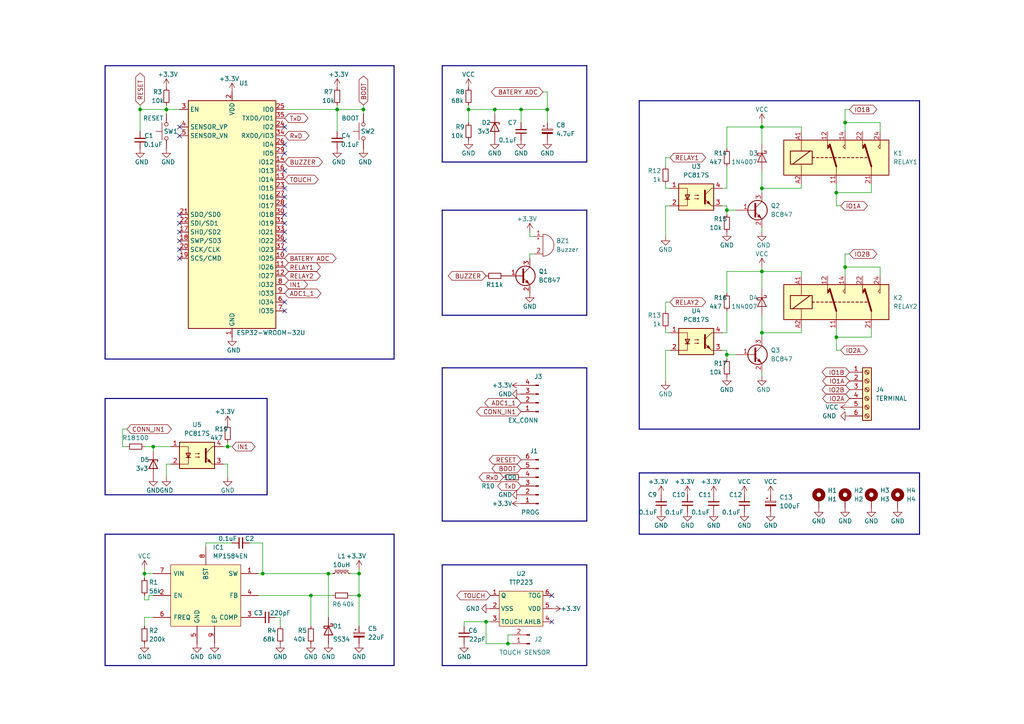
<source format=kicad_sch>
(kicad_sch (version 20211123) (generator eeschema)
  (paper "A4")
  (lib_symbols
    (symbol "Connector:Conn_01x02_Male" (pin_names (offset 1.016) hide)
      (property "Reference" "J" (at 0 2.54 0))
      (property "Value" "Conn_01x02_Male" (at 0 -5.08 0))
      (symbol "Conn_01x02_Male_1_1"
        (pin passive line (at 5.08 0 180) (length 3.81) (name "Pin_1") (number "1"))
        (pin passive line (at 5.08 -2.54 180) (length 3.81) (name "Pin_2") (number "2"))
      )
    )
    (symbol "Connector:Conn_01x04_Male" (pin_names (offset 1.016) hide)
      (property "Reference" "J" (at 0 5.08 0))
      (property "Value" "Conn_01x04_Male" (at 0 -7.62 0))
      (symbol "Conn_01x04_Male_1_1"
        (pin passive line (at 5.08 2.54 180) (length 3.81) (name "Pin_1") (number "1"))
        (pin passive line (at 5.08 0 180) (length 3.81) (name "Pin_2") (number "2"))
        (pin passive line (at 5.08 -2.54 180) (length 3.81) (name "Pin_3") (number "3"))
        (pin passive line (at 5.08 -5.08 180) (length 3.81) (name "Pin_4") (number "4"))
      )
    )
    (symbol "Connector:Conn_01x06_Male" (pin_names (offset 1.016) hide)
      (property "Reference" "J" (at 0 7.62 0))
      (property "Value" "Conn_01x06_Male" (at 0 -10.16 0))
      (symbol "Conn_01x06_Male_1_1"
        (pin passive line (at 5.08 5.08 180) (length 3.81) (name "Pin_1") (number "1"))
        (pin passive line (at 5.08 2.54 180) (length 3.81) (name "Pin_2") (number "2"))
        (pin passive line (at 5.08 0 180) (length 3.81) (name "Pin_3") (number "3"))
        (pin passive line (at 5.08 -2.54 180) (length 3.81) (name "Pin_4") (number "4"))
        (pin passive line (at 5.08 -5.08 180) (length 3.81) (name "Pin_5") (number "5"))
        (pin passive line (at 5.08 -7.62 180) (length 3.81) (name "Pin_6") (number "6"))
      )
    )
    (symbol "Connector:Screw_Terminal_01x06" (pin_names (offset 1.016) hide)
      (property "Reference" "J" (at 0 7.62 0))
      (property "Value" "Screw_Terminal_01x06" (at 0 -10.16 0))
      (symbol "Screw_Terminal_01x06_1_1"
        (pin passive line (at -5.08 5.08 0) (length 3.81) (name "Pin_1") (number "1"))
        (pin passive line (at -5.08 2.54 0) (length 3.81) (name "Pin_2") (number "2"))
        (pin passive line (at -5.08 0 0) (length 3.81) (name "Pin_3") (number "3"))
        (pin passive line (at -5.08 -2.54 0) (length 3.81) (name "Pin_4") (number "4"))
        (pin passive line (at -5.08 -5.08 0) (length 3.81) (name "Pin_5") (number "5"))
        (pin passive line (at -5.08 -7.62 0) (length 3.81) (name "Pin_6") (number "6"))
      )
    )
    (symbol "Device:Buzzer" (pin_names (offset 0.0254) hide)
      (property "Reference" "BZ" (at 3.81 1.27 0))
      (property "Value" "Buzzer" (at 3.81 -1.27 0))
      (symbol "Buzzer_1_1"
        (pin passive line (at -2.54 2.54 0) (length 2.54) (name "-") (number "1"))
        (pin passive line (at -2.54 -2.54 0) (length 2.54) (name "+") (number "2"))
      )
    )
    (symbol "Device:C_Polarized_Small" (pin_numbers hide) (pin_names (offset 0.254) hide)
      (property "Reference" "C" (at 0.254 1.778 0))
      (property "Value" "C_Polarized_Small" (at 0.254 -2.032 0))
      (symbol "C_Polarized_Small_1_1"
        (pin passive line (at 0 2.54 270) (length 1.8542) (name "~") (number "1"))
        (pin passive line (at 0 -2.54 90) (length 1.8542) (name "~") (number "2"))
      )
    )
    (symbol "Device:C_Small" (pin_numbers hide) (pin_names (offset 0.254) hide)
      (property "Reference" "C" (at 0.254 1.778 0))
      (property "Value" "C_Small" (at 0.254 -2.032 0))
      (symbol "C_Small_1_1"
        (pin passive line (at 0 2.54 270) (length 2.032) (name "~") (number "1"))
        (pin passive line (at 0 -2.54 90) (length 2.032) (name "~") (number "2"))
      )
    )
    (symbol "Device:L_Ferrite_Small" (pin_numbers hide) (pin_names (offset 0.254) hide)
      (property "Reference" "L" (at 1.27 1.016 0))
      (property "Value" "L_Ferrite_Small" (at 1.27 -1.27 0))
      (symbol "L_Ferrite_Small_1_1"
        (pin passive line (at 0 2.54 270) (length 0.508) (name "~") (number "1"))
        (pin passive line (at 0 -2.54 90) (length 0.508) (name "~") (number "2"))
      )
    )
    (symbol "Device:R_Small" (pin_numbers hide) (pin_names (offset 0.254) hide)
      (property "Reference" "R" (at 0.762 0.508 0))
      (property "Value" "R_Small" (at 0.762 -1.016 0))
      (symbol "R_Small_1_1"
        (pin passive line (at 0 2.54 270) (length 0.762) (name "~") (number "1"))
        (pin passive line (at 0 -2.54 90) (length 0.762) (name "~") (number "2"))
      )
    )
    (symbol "Diode:BZT52Bxx" (pin_numbers hide) (pin_names hide)
      (property "Reference" "D" (at 0 2.54 0))
      (property "Value" "BZT52Bxx" (at 0 -2.54 0))
      (symbol "BZT52Bxx_1_1"
        (pin passive line (at -3.81 0 0) (length 2.54) (name "K") (number "1"))
        (pin passive line (at 3.81 0 180) (length 2.54) (name "A") (number "2"))
      )
    )
    (symbol "Diode:CDBA340-HF" (pin_numbers hide) (pin_names hide)
      (property "Reference" "D" (at 0 2.54 0))
      (property "Value" "CDBA340-HF" (at 0 -2.54 0))
      (symbol "CDBA340-HF_1_1"
        (pin passive line (at -3.81 0 0) (length 2.54) (name "K") (number "1"))
        (pin passive line (at 3.81 0 180) (length 2.54) (name "A") (number "2"))
      )
    )
    (symbol "Diode:PMEG40T10ER" (pin_numbers hide) (pin_names hide)
      (property "Reference" "D" (at 0 2.54 0))
      (property "Value" "PMEG40T10ER" (at 0 -2.54 0))
      (symbol "PMEG40T10ER_1_1"
        (pin passive line (at -3.81 0 0) (length 2.54) (name "K") (number "1"))
        (pin passive line (at 3.81 0 180) (length 2.54) (name "A") (number "2"))
      )
    )
    (symbol "Isolator:LTV-817S" (pin_names (offset 1.016))
      (property "Reference" "U" (at -3.81 5.08 0))
      (property "Value" "LTV-817S" (at 0 -5.08 0))
      (symbol "LTV-817S_1_1"
        (pin passive line (at -7.62 2.54 0) (length 2.54) (name "~") (number "1"))
        (pin passive line (at -7.62 -2.54 0) (length 2.54) (name "~") (number "2"))
        (pin passive line (at 7.62 -2.54 180) (length 2.54) (name "~") (number "3"))
        (pin passive line (at 7.62 2.54 180) (length 2.54) (name "~") (number "4"))
      )
    )
    (symbol "MP1584EN-LF-P:MP1584EN" (pin_names (offset 0.762))
      (property "Reference" "IC" (at -5.08 11.43 0))
      (property "Value" "MP1584EN" (at 1.27 11.43 0))
      (symbol "MP1584EN_0_0"
        (pin passive line (at 15.24 6.35 180) (length 5.08) (name "SW") (number "1"))
        (pin passive line (at -15.24 0 0) (length 5.08) (name "EN") (number "2"))
        (pin passive line (at 15.24 -6.35 180) (length 5.08) (name "COMP") (number "3"))
        (pin passive line (at 15.24 0 180) (length 5.08) (name "FB") (number "4"))
        (pin passive line (at -2.54 -13.97 90) (length 5.08) (name "GND") (number "5"))
        (pin passive line (at -15.24 -6.35 0) (length 5.08) (name "FREQ") (number "6"))
        (pin passive line (at -15.24 6.35 0) (length 5.08) (name "VIN") (number "7"))
        (pin passive line (at 0 13.97 270) (length 5.08) (name "BST") (number "8"))
        (pin passive line (at 2.54 -13.97 90) (length 5.08) (name "EP") (number "9"))
      )
    )
    (symbol "Mechanical:MountingHole_Pad" (pin_numbers hide) (pin_names (offset 1.016) hide)
      (property "Reference" "H" (at 0 6.35 0))
      (property "Value" "MountingHole_Pad" (at 0 4.445 0))
      (symbol "MountingHole_Pad_1_1"
        (pin input line (at 0 -2.54 90) (length 2.54) (name "1") (number "1"))
      )
    )
    (symbol "RF_Module:ESP32-WROOM-32U"
      (property "Reference" "U" (at -12.7 34.29 0))
      (property "Value" "ESP32-WROOM-32U" (at 1.27 34.29 0))
      (symbol "ESP32-WROOM-32U_1_1"
        (pin power_in line (at 0 -35.56 90) (length 2.54) (name "GND") (number "1"))
        (pin bidirectional line (at 15.24 -12.7 180) (length 2.54) (name "IO25") (number "10"))
        (pin bidirectional line (at 15.24 -15.24 180) (length 2.54) (name "IO26") (number "11"))
        (pin bidirectional line (at 15.24 -17.78 180) (length 2.54) (name "IO27") (number "12"))
        (pin bidirectional line (at 15.24 10.16 180) (length 2.54) (name "IO14") (number "13"))
        (pin bidirectional line (at 15.24 15.24 180) (length 2.54) (name "IO12") (number "14"))
        (pin passive line (at 0 -35.56 90) (length 2.54) hide (name "GND") (number "15"))
        (pin bidirectional line (at 15.24 12.7 180) (length 2.54) (name "IO13") (number "16"))
        (pin bidirectional line (at -15.24 -5.08 0) (length 2.54) (name "SHD/SD2") (number "17"))
        (pin bidirectional line (at -15.24 -7.62 0) (length 2.54) (name "SWP/SD3") (number "18"))
        (pin bidirectional line (at -15.24 -12.7 0) (length 2.54) (name "SCS/CMD") (number "19"))
        (pin power_in line (at 0 35.56 270) (length 2.54) (name "VDD") (number "2"))
        (pin bidirectional line (at -15.24 -10.16 0) (length 2.54) (name "SCK/CLK") (number "20"))
        (pin bidirectional line (at -15.24 0 0) (length 2.54) (name "SDO/SD0") (number "21"))
        (pin bidirectional line (at -15.24 -2.54 0) (length 2.54) (name "SDI/SD1") (number "22"))
        (pin bidirectional line (at 15.24 7.62 180) (length 2.54) (name "IO15") (number "23"))
        (pin bidirectional line (at 15.24 25.4 180) (length 2.54) (name "IO2") (number "24"))
        (pin bidirectional line (at 15.24 30.48 180) (length 2.54) (name "IO0") (number "25"))
        (pin bidirectional line (at 15.24 20.32 180) (length 2.54) (name "IO4") (number "26"))
        (pin bidirectional line (at 15.24 5.08 180) (length 2.54) (name "IO16") (number "27"))
        (pin bidirectional line (at 15.24 2.54 180) (length 2.54) (name "IO17") (number "28"))
        (pin bidirectional line (at 15.24 17.78 180) (length 2.54) (name "IO5") (number "29"))
        (pin input line (at -15.24 30.48 0) (length 2.54) (name "EN") (number "3"))
        (pin bidirectional line (at 15.24 0 180) (length 2.54) (name "IO18") (number "30"))
        (pin bidirectional line (at 15.24 -2.54 180) (length 2.54) (name "IO19") (number "31"))
        (pin no_connect line (at -12.7 -27.94 0) (length 2.54) hide (name "NC") (number "32"))
        (pin bidirectional line (at 15.24 -5.08 180) (length 2.54) (name "IO21") (number "33"))
        (pin bidirectional line (at 15.24 22.86 180) (length 2.54) (name "RXD0/IO3") (number "34"))
        (pin bidirectional line (at 15.24 27.94 180) (length 2.54) (name "TXD0/IO1") (number "35"))
        (pin bidirectional line (at 15.24 -7.62 180) (length 2.54) (name "IO22") (number "36"))
        (pin bidirectional line (at 15.24 -10.16 180) (length 2.54) (name "IO23") (number "37"))
        (pin passive line (at 0 -35.56 90) (length 2.54) hide (name "GND") (number "38"))
        (pin passive line (at 0 -35.56 90) (length 2.54) hide (name "GND") (number "39"))
        (pin input line (at -15.24 25.4 0) (length 2.54) (name "SENSOR_VP") (number "4"))
        (pin input line (at -15.24 22.86 0) (length 2.54) (name "SENSOR_VN") (number "5"))
        (pin input line (at 15.24 -25.4 180) (length 2.54) (name "IO34") (number "6"))
        (pin input line (at 15.24 -27.94 180) (length 2.54) (name "IO35") (number "7"))
        (pin bidirectional line (at 15.24 -20.32 180) (length 2.54) (name "IO32") (number "8"))
        (pin bidirectional line (at 15.24 -22.86 180) (length 2.54) (name "IO33") (number "9"))
      )
    )
    (symbol "Relay:FINDER-40.52"
      (property "Reference" "K" (at 16.51 3.81 0))
      (property "Value" "FINDER-40.52" (at 16.51 1.27 0))
      (symbol "FINDER-40.52_1_1"
        (pin passive line (at 0 -7.62 90) (length 2.54) (name "~") (number "11"))
        (pin passive line (at -2.54 7.62 270) (length 2.54) (name "~") (number "12"))
        (pin passive line (at 2.54 7.62 270) (length 2.54) (name "~") (number "14"))
        (pin passive line (at 10.16 -7.62 90) (length 2.54) (name "~") (number "21"))
        (pin passive line (at 7.62 7.62 270) (length 2.54) (name "~") (number "22"))
        (pin passive line (at 12.7 7.62 270) (length 2.54) (name "~") (number "24"))
        (pin passive line (at -10.16 7.62 270) (length 2.54) (name "~") (number "A1"))
        (pin passive line (at -10.16 -7.62 90) (length 2.54) (name "~") (number "A2"))
      )
    )
    (symbol "Switch:SW_Push" (pin_numbers hide) (pin_names (offset 1.016) hide)
      (property "Reference" "SW" (at 1.27 2.54 0))
      (property "Value" "SW_Push" (at 0 -1.524 0))
      (symbol "SW_Push_0_1"
        (pin passive line (at -5.08 0 0) (length 2.54) (name "1") (number "1"))
        (pin passive line (at 5.08 0 180) (length 2.54) (name "2") (number "2"))
      )
    )
    (symbol "TTP223:TTP223"
      (property "Reference" "U" (at 0 8.89 0))
      (property "Value" "TTP223" (at 0 6.35 0))
      (symbol "TTP223_1_1"
        (pin input line (at -8.89 3.81 0) (length 2.54) (name "Q") (number "1"))
        (pin input line (at -8.89 0 0) (length 2.54) (name "VSS") (number "2"))
        (pin input line (at -8.89 -3.81 0) (length 2.54) (name "TOUCH") (number "3"))
        (pin input line (at 8.89 -3.81 180) (length 2.54) (name "AHLB") (number "4"))
        (pin input line (at 8.89 0 180) (length 2.54) (name "VDD") (number "5"))
        (pin input line (at 8.89 3.81 180) (length 2.54) (name "TOG") (number "6"))
      )
    )
    (symbol "Transistor_BJT:BC847" (pin_names (offset 0) hide)
      (property "Reference" "Q" (at 5.08 1.905 0))
      (property "Value" "BC847" (at 5.08 0 0))
      (symbol "BC847_1_1"
        (pin input line (at -5.08 0 0) (length 5.715) (name "B") (number "1"))
        (pin passive line (at 2.54 -5.08 90) (length 2.54) (name "E") (number "2"))
        (pin passive line (at 2.54 5.08 270) (length 2.54) (name "C") (number "3"))
      )
    )
    (symbol "power:+3.3V" (power) (pin_names (offset 0))
      (property "Value" "+3.3V" (at 0 3.556 0))
      (symbol "+3.3V_1_1"
        (pin power_in line (at 0 0 90) (length 0) hide (name "+3.3V") (number "1"))
      )
    )
    (symbol "power:GND" (power) (pin_names (offset 0))
      (property "Value" "GND" (at 0 -3.81 0))
      (symbol "GND_1_1"
        (pin power_in line (at 0 0 270) (length 0) hide (name "GND") (number "1"))
      )
    )
    (symbol "power:VCC" (power) (pin_names (offset 0))
      (property "Value" "VCC" (at 0 3.81 0))
      (symbol "VCC_1_1"
        (pin power_in line (at 0 0 90) (length 0) hide (name "VCC") (number "1"))
      )
    )
  )
  (junction (at 143.51 31.75))
  (junction (at 44.45 129.54))
  (junction (at 242.57 97.79))
  (junction (at 245.11 35.56))
  (junction (at 220.98 96.52))
  (junction (at 158.75 31.75))
  (junction (at 210.82 60.96))
  (junction (at 76.2 166.37))
  (junction (at 95.25 166.37))
  (junction (at 97.79 31.75))
  (junction (at 135.89 31.75))
  (junction (at 147.32 186.69))
  (junction (at 242.57 55.88))
  (junction (at 220.98 54.61))
  (junction (at 151.13 31.75))
  (junction (at 104.14 172.72))
  (junction (at 220.98 36.83))
  (junction (at 220.98 78.74))
  (junction (at 90.17 172.72))
  (junction (at 105.41 31.75))
  (junction (at 40.64 31.75))
  (junction (at 104.14 166.37))
  (junction (at 245.11 77.47))
  (junction (at 41.91 166.37))
  (junction (at 48.26 31.75))
  (junction (at 140.97 180.34))
  (junction (at 66.04 129.54))
  (junction (at 210.82 102.87))
  (no_connect (at 160.02 172.72))
  (no_connect (at 52.07 69.85))
  (no_connect (at 52.07 67.31))
  (no_connect (at 52.07 64.77))
  (no_connect (at 52.07 62.23))
  (no_connect (at 52.07 74.93))
  (no_connect (at 52.07 72.39))
  (no_connect (at 82.55 87.63))
  (no_connect (at 82.55 90.17))
  (no_connect (at 82.55 64.77))
  (no_connect (at 82.55 67.31))
  (no_connect (at 82.55 62.23))
  (no_connect (at 82.55 59.69))
  (no_connect (at 82.55 54.61))
  (no_connect (at 82.55 57.15))
  (no_connect (at 82.55 44.45))
  (no_connect (at 82.55 36.83))
  (no_connect (at 82.55 49.53))
  (no_connect (at 82.55 41.91))
  (no_connect (at 52.07 36.83))
  (no_connect (at 52.07 39.37))
  (no_connect (at 82.55 69.85))
  (no_connect (at 160.02 180.34))
  (no_connect (at 82.55 72.39))
  (wire (pts (xy 193.04 68.58) (xy 193.04 59.69)))
  (wire (pts (xy 66.04 128.27) (xy 66.04 129.54)))
  (wire (pts (xy 245.11 38.1) (xy 245.11 35.56)))
  (bus (pts (xy 128.27 60.96) (xy 128.27 91.44)))
  (wire (pts (xy 90.17 172.72) (xy 96.52 172.72)))
  (wire (pts (xy 210.82 43.18) (xy 210.82 36.83)))
  (bus (pts (xy 30.48 19.05) (xy 114.3 19.05)))
  (wire (pts (xy 82.55 31.75) (xy 97.79 31.75)))
  (bus (pts (xy 185.42 124.46) (xy 266.7 124.46)))
  (wire (pts (xy 81.28 181.61) (xy 81.28 179.07)))
  (bus (pts (xy 170.18 60.96) (xy 128.27 60.96)))
  (bus (pts (xy 266.7 29.21) (xy 266.7 124.46)))
  (wire (pts (xy 59.69 157.48) (xy 59.69 158.75)))
  (wire (pts (xy 97.79 30.48) (xy 97.79 31.75)))
  (wire (pts (xy 44.45 179.07) (xy 41.91 179.07)))
  (bus (pts (xy 128.27 106.68) (xy 128.27 151.13)))
  (wire (pts (xy 49.53 129.54) (xy 44.45 129.54)))
  (wire (pts (xy 140.97 180.34) (xy 142.24 180.34)))
  (wire (pts (xy 66.04 134.62) (xy 64.77 134.62)))
  (bus (pts (xy 128.27 19.05) (xy 128.27 46.99)))
  (wire (pts (xy 95.25 166.37) (xy 96.52 166.37)))
  (wire (pts (xy 66.04 129.54) (xy 64.77 129.54)))
  (wire (pts (xy 193.04 87.63) (xy 193.04 90.17)))
  (bus (pts (xy 30.48 154.94) (xy 114.3 154.94)))
  (wire (pts (xy 210.82 85.09) (xy 210.82 78.74)))
  (bus (pts (xy 185.42 29.21) (xy 185.42 124.46)))
  (wire (pts (xy 194.31 87.63) (xy 193.04 87.63)))
  (wire (pts (xy 90.17 181.61) (xy 90.17 172.72)))
  (wire (pts (xy 95.25 166.37) (xy 95.25 179.07)))
  (wire (pts (xy 104.14 181.61) (xy 104.14 172.72)))
  (bus (pts (xy 128.27 19.05) (xy 170.18 19.05)))
  (wire (pts (xy 232.41 80.01) (xy 232.41 78.74)))
  (bus (pts (xy 170.18 46.99) (xy 170.18 19.05)))
  (wire (pts (xy 220.98 78.74) (xy 220.98 83.82)))
  (wire (pts (xy 232.41 54.61) (xy 232.41 53.34)))
  (wire (pts (xy 210.82 90.17) (xy 210.82 96.52)))
  (bus (pts (xy 114.3 104.14) (xy 30.48 104.14)))
  (wire (pts (xy 134.62 180.34) (xy 134.62 181.61)))
  (wire (pts (xy 245.11 35.56) (xy 245.11 31.75)))
  (wire (pts (xy 220.98 67.31) (xy 220.98 66.04)))
  (wire (pts (xy 246.38 73.66) (xy 245.11 73.66)))
  (wire (pts (xy 40.64 30.48) (xy 40.64 31.75)))
  (bus (pts (xy 30.48 154.94) (xy 30.48 193.04)))
  (wire (pts (xy 193.04 54.61) (xy 194.31 54.61)))
  (wire (pts (xy 220.98 109.22) (xy 220.98 107.95)))
  (wire (pts (xy 194.31 45.72) (xy 193.04 45.72)))
  (wire (pts (xy 48.26 134.62) (xy 49.53 134.62)))
  (wire (pts (xy 104.14 165.1) (xy 104.14 166.37)))
  (wire (pts (xy 220.98 36.83) (xy 220.98 41.91)))
  (wire (pts (xy 41.91 167.64) (xy 41.91 166.37)))
  (wire (pts (xy 213.36 102.87) (xy 210.82 102.87)))
  (wire (pts (xy 153.67 67.31) (xy 153.67 68.58)))
  (bus (pts (xy 30.48 115.57) (xy 77.47 115.57)))
  (wire (pts (xy 143.51 33.02) (xy 143.51 31.75)))
  (wire (pts (xy 193.04 101.6) (xy 194.31 101.6)))
  (wire (pts (xy 209.55 59.69) (xy 210.82 59.69)))
  (wire (pts (xy 67.31 157.48) (xy 59.69 157.48)))
  (wire (pts (xy 66.04 138.43) (xy 66.04 134.62)))
  (wire (pts (xy 245.11 73.66) (xy 245.11 77.47)))
  (wire (pts (xy 41.91 129.54) (xy 44.45 129.54)))
  (wire (pts (xy 105.41 31.75) (xy 105.41 33.02)))
  (wire (pts (xy 40.64 31.75) (xy 48.26 31.75)))
  (bus (pts (xy 128.27 163.83) (xy 128.27 193.04)))
  (wire (pts (xy 232.41 78.74) (xy 220.98 78.74)))
  (wire (pts (xy 193.04 45.72) (xy 193.04 48.26)))
  (wire (pts (xy 243.84 59.69) (xy 242.57 59.69)))
  (wire (pts (xy 213.36 60.96) (xy 210.82 60.96)))
  (wire (pts (xy 48.26 33.02) (xy 48.26 31.75)))
  (wire (pts (xy 220.98 96.52) (xy 232.41 96.52)))
  (wire (pts (xy 48.26 138.43) (xy 48.26 134.62)))
  (wire (pts (xy 154.94 73.66) (xy 153.67 73.66)))
  (bus (pts (xy 128.27 91.44) (xy 170.18 91.44)))
  (wire (pts (xy 210.82 101.6) (xy 210.82 102.87)))
  (wire (pts (xy 252.73 55.88) (xy 242.57 55.88)))
  (bus (pts (xy 77.47 115.57) (xy 77.47 143.51)))
  (bus (pts (xy 128.27 151.13) (xy 170.18 151.13)))
  (wire (pts (xy 252.73 53.34) (xy 252.73 55.88)))
  (wire (pts (xy 76.2 166.37) (xy 76.2 157.48)))
  (wire (pts (xy 48.26 30.48) (xy 48.26 31.75)))
  (wire (pts (xy 97.79 31.75) (xy 105.41 31.75)))
  (bus (pts (xy 170.18 91.44) (xy 170.18 60.96)))
  (wire (pts (xy 147.32 186.69) (xy 148.59 186.69)))
  (wire (pts (xy 220.98 36.83) (xy 220.98 35.56)))
  (wire (pts (xy 242.57 95.25) (xy 242.57 97.79)))
  (wire (pts (xy 140.97 186.69) (xy 140.97 180.34)))
  (wire (pts (xy 140.97 186.69) (xy 147.32 186.69)))
  (bus (pts (xy 185.42 137.16) (xy 266.7 137.16)))
  (wire (pts (xy 210.82 102.87) (xy 210.82 104.14)))
  (bus (pts (xy 266.7 154.94) (xy 266.7 137.16)))
  (wire (pts (xy 242.57 101.6) (xy 243.84 101.6)))
  (wire (pts (xy 245.11 77.47) (xy 245.11 80.01)))
  (wire (pts (xy 36.83 124.46) (xy 35.56 124.46)))
  (wire (pts (xy 220.98 54.61) (xy 232.41 54.61)))
  (wire (pts (xy 210.82 48.26) (xy 210.82 54.61)))
  (wire (pts (xy 193.04 59.69) (xy 194.31 59.69)))
  (wire (pts (xy 220.98 78.74) (xy 220.98 77.47)))
  (bus (pts (xy 30.48 143.51) (xy 30.48 115.57)))
  (wire (pts (xy 48.26 31.75) (xy 52.07 31.75)))
  (bus (pts (xy 77.47 143.51) (xy 30.48 143.51)))
  (bus (pts (xy 30.48 193.04) (xy 114.3 193.04)))
  (wire (pts (xy 151.13 31.75) (xy 143.51 31.75)))
  (bus (pts (xy 185.42 137.16) (xy 185.42 154.94)))
  (wire (pts (xy 66.04 129.54) (xy 67.31 129.54)))
  (wire (pts (xy 41.91 166.37) (xy 44.45 166.37)))
  (wire (pts (xy 104.14 172.72) (xy 104.14 166.37)))
  (wire (pts (xy 232.41 96.52) (xy 232.41 95.25)))
  (wire (pts (xy 44.45 129.54) (xy 44.45 130.81)))
  (bus (pts (xy 128.27 163.83) (xy 170.18 163.83)))
  (bus (pts (xy 170.18 106.68) (xy 128.27 106.68)))
  (wire (pts (xy 158.75 26.67) (xy 158.75 31.75)))
  (wire (pts (xy 135.89 30.48) (xy 135.89 31.75)))
  (wire (pts (xy 147.32 184.15) (xy 147.32 186.69)))
  (wire (pts (xy 153.67 73.66) (xy 153.67 74.93)))
  (bus (pts (xy 128.27 193.04) (xy 170.18 193.04)))
  (wire (pts (xy 255.27 35.56) (xy 245.11 35.56)))
  (wire (pts (xy 135.89 31.75) (xy 135.89 35.56)))
  (bus (pts (xy 185.42 154.94) (xy 266.7 154.94)))
  (wire (pts (xy 44.45 172.72) (xy 43.18 172.72)))
  (wire (pts (xy 43.18 173.99) (xy 41.91 173.99)))
  (wire (pts (xy 232.41 36.83) (xy 220.98 36.83)))
  (bus (pts (xy 30.48 19.05) (xy 30.48 104.14)))
  (wire (pts (xy 41.91 172.72) (xy 41.91 173.99)))
  (wire (pts (xy 255.27 38.1) (xy 255.27 35.56)))
  (wire (pts (xy 220.98 49.53) (xy 220.98 54.61)))
  (wire (pts (xy 252.73 95.25) (xy 252.73 97.79)))
  (wire (pts (xy 220.98 54.61) (xy 220.98 55.88)))
  (wire (pts (xy 210.82 60.96) (xy 210.82 62.23)))
  (wire (pts (xy 232.41 38.1) (xy 232.41 36.83)))
  (bus (pts (xy 170.18 106.68) (xy 170.18 151.13)))
  (bus (pts (xy 128.27 46.99) (xy 170.18 46.99)))
  (wire (pts (xy 143.51 31.75) (xy 135.89 31.75)))
  (wire (pts (xy 104.14 166.37) (xy 101.6 166.37)))
  (wire (pts (xy 220.98 96.52) (xy 220.98 97.79)))
  (bus (pts (xy 266.7 29.21) (xy 185.42 29.21)))
  (wire (pts (xy 242.57 55.88) (xy 242.57 59.69)))
  (bus (pts (xy 170.18 193.04) (xy 170.18 163.83)))
  (wire (pts (xy 157.48 26.67) (xy 158.75 26.67)))
  (wire (pts (xy 252.73 97.79) (xy 242.57 97.79)))
  (wire (pts (xy 158.75 35.56) (xy 158.75 31.75)))
  (wire (pts (xy 134.62 180.34) (xy 140.97 180.34)))
  (wire (pts (xy 245.11 31.75) (xy 246.38 31.75)))
  (wire (pts (xy 242.57 97.79) (xy 242.57 101.6)))
  (wire (pts (xy 210.82 36.83) (xy 220.98 36.83)))
  (wire (pts (xy 210.82 59.69) (xy 210.82 60.96)))
  (wire (pts (xy 193.04 53.34) (xy 193.04 54.61)))
  (wire (pts (xy 35.56 129.54) (xy 36.83 129.54)))
  (wire (pts (xy 76.2 157.48) (xy 72.39 157.48)))
  (wire (pts (xy 209.55 101.6) (xy 210.82 101.6)))
  (wire (pts (xy 101.6 172.72) (xy 104.14 172.72)))
  (wire (pts (xy 76.2 166.37) (xy 95.25 166.37)))
  (wire (pts (xy 35.56 124.46) (xy 35.56 129.54)))
  (wire (pts (xy 41.91 179.07) (xy 41.91 181.61)))
  (wire (pts (xy 255.27 80.01) (xy 255.27 77.47)))
  (wire (pts (xy 41.91 165.1) (xy 41.91 166.37)))
  (wire (pts (xy 74.93 166.37) (xy 76.2 166.37)))
  (wire (pts (xy 194.31 96.52) (xy 193.04 96.52)))
  (wire (pts (xy 193.04 110.49) (xy 193.04 101.6)))
  (wire (pts (xy 242.57 53.34) (xy 242.57 55.88)))
  (wire (pts (xy 220.98 91.44) (xy 220.98 96.52)))
  (bus (pts (xy 114.3 193.04) (xy 114.3 154.94)))
  (wire (pts (xy 105.41 30.48) (xy 105.41 31.75)))
  (wire (pts (xy 148.59 184.15) (xy 147.32 184.15)))
  (wire (pts (xy 151.13 31.75) (xy 158.75 31.75)))
  (wire (pts (xy 81.28 179.07) (xy 80.01 179.07)))
  (wire (pts (xy 210.82 78.74) (xy 220.98 78.74)))
  (bus (pts (xy 114.3 19.05) (xy 114.3 104.14)))
  (wire (pts (xy 255.27 77.47) (xy 245.11 77.47)))
  (wire (pts (xy 210.82 54.61) (xy 209.55 54.61)))
  (wire (pts (xy 43.18 172.72) (xy 43.18 173.99)))
  (wire (pts (xy 90.17 172.72) (xy 74.93 172.72)))
  (wire (pts (xy 210.82 96.52) (xy 209.55 96.52)))
  (wire (pts (xy 40.64 31.75) (xy 40.64 38.1)))
  (wire (pts (xy 153.67 68.58) (xy 154.94 68.58)))
  (wire (pts (xy 97.79 31.75) (xy 97.79 38.1)))
  (wire (pts (xy 193.04 96.52) (xy 193.04 95.25)))
  (wire (pts (xy 151.13 35.56) (xy 151.13 31.75)))
  (global_label "RxD" (shape bidirectional) (at 146.05 138.43 180) (property "Intersheet References" "${INTERSHEET_REFS}" (effects hide)))
  (global_label "IO1A" (shape bidirectional) (at 246.38 110.49 180) (property "Intersheet References" "${INTERSHEET_REFS}" (effects hide)))
  (global_label "IN1" (shape bidirectional) (at 82.55 82.55 0) (property "Intersheet References" "${INTERSHEET_REFS}" (effects hide)))
  (global_label "IO1A" (shape bidirectional) (at 243.84 59.69 0) (property "Intersheet References" "${INTERSHEET_REFS}" (effects hide)))
  (global_label "ADC1_1" (shape bidirectional) (at 82.55 85.09 0) (property "Intersheet References" "${INTERSHEET_REFS}" (effects hide)))
  (global_label "BOOT" (shape bidirectional) (at 151.13 135.89 180) (property "Intersheet References" "${INTERSHEET_REFS}" (effects hide)))
  (global_label "ADC1_1" (shape bidirectional) (at 151.13 116.84 180) (property "Intersheet References" "${INTERSHEET_REFS}" (effects hide)))
  (global_label "TxD" (shape bidirectional) (at 151.13 140.97 180) (property "Intersheet References" "${INTERSHEET_REFS}" (effects hide)))
  (global_label "IO1B" (shape bidirectional) (at 246.38 107.95 180) (property "Intersheet References" "${INTERSHEET_REFS}" (effects hide)))
  (global_label "IO2A" (shape bidirectional) (at 246.38 115.57 180) (property "Intersheet References" "${INTERSHEET_REFS}" (effects hide)))
  (global_label "RELAY2" (shape bidirectional) (at 82.55 80.01 0) (property "Intersheet References" "${INTERSHEET_REFS}" (effects hide)))
  (global_label "CONN_IN1" (shape bidirectional) (at 36.83 124.46 0) (property "Intersheet References" "${INTERSHEET_REFS}" (effects hide)))
  (global_label "RELAY1" (shape bidirectional) (at 194.31 45.72 0) (property "Intersheet References" "${INTERSHEET_REFS}" (effects hide)))
  (global_label "BUZZER" (shape bidirectional) (at 82.55 46.99 0) (property "Intersheet References" "${INTERSHEET_REFS}" (effects hide)))
  (global_label "TOUCH" (shape bidirectional) (at 82.55 52.07 0) (property "Intersheet References" "${INTERSHEET_REFS}" (effects hide)))
  (global_label "BATERY ADC" (shape bidirectional) (at 157.48 26.67 180) (property "Intersheet References" "${INTERSHEET_REFS}" (effects hide)))
  (global_label "TxD" (shape bidirectional) (at 82.55 34.29 0) (property "Intersheet References" "${INTERSHEET_REFS}" (effects hide)))
  (global_label "BOOT" (shape bidirectional) (at 105.41 30.48 90) (property "Intersheet References" "${INTERSHEET_REFS}" (effects hide)))
  (global_label "BATERY ADC" (shape bidirectional) (at 82.55 74.93 0) (property "Intersheet References" "${INTERSHEET_REFS}" (effects hide)))
  (global_label "IN1" (shape bidirectional) (at 67.31 129.54 0) (property "Intersheet References" "${INTERSHEET_REFS}" (effects hide)))
  (global_label "IO2A" (shape bidirectional) (at 243.84 101.6 0) (property "Intersheet References" "${INTERSHEET_REFS}" (effects hide)))
  (global_label "TOUCH" (shape bidirectional) (at 142.24 172.72 180) (property "Intersheet References" "${INTERSHEET_REFS}" (effects hide)))
  (global_label "BUZZER" (shape bidirectional) (at 140.97 80.01 180) (property "Intersheet References" "${INTERSHEET_REFS}" (effects hide)))
  (global_label "CONN_IN1" (shape bidirectional) (at 151.13 119.38 180) (property "Intersheet References" "${INTERSHEET_REFS}" (effects hide)))
  (global_label "IO1B" (shape bidirectional) (at 246.38 31.75 0) (property "Intersheet References" "${INTERSHEET_REFS}" (effects hide)))
  (global_label "IO2B" (shape bidirectional) (at 246.38 113.03 180) (property "Intersheet References" "${INTERSHEET_REFS}" (effects hide)))
  (global_label "IO2B" (shape bidirectional) (at 246.38 73.66 0) (property "Intersheet References" "${INTERSHEET_REFS}" (effects hide)))
  (global_label "RESET" (shape bidirectional) (at 40.64 30.48 90) (property "Intersheet References" "${INTERSHEET_REFS}" (effects hide)))
  (global_label "RESET" (shape bidirectional) (at 151.13 133.35 180) (property "Intersheet References" "${INTERSHEET_REFS}" (effects hide)))
  (global_label "RELAY1" (shape bidirectional) (at 82.55 77.47 0) (property "Intersheet References" "${INTERSHEET_REFS}" (effects hide)))
  (global_label "RELAY2" (shape bidirectional) (at 194.31 87.63 0) (property "Intersheet References" "${INTERSHEET_REFS}" (effects hide)))
  (global_label "RxD" (shape bidirectional) (at 82.55 39.37 0) (property "Intersheet References" "${INTERSHEET_REFS}" (effects hide)))
  (symbol (lib_id "Device:C_Polarized_Small") (at 223.52 146.05 0) (unit 1)
    (property "Reference" "C13" (at 226.06 144.2338 0) (effects (justify left)))
    (property "Value" "100uF" (at 226.06 146.7738 0) (effects (justify left)))
    (property "Footprint" "Capacitor_SMD:CP_Elec_6.3x5.4" (effects hide))
  )
  (symbol (lib_id "power:+3.3V") (at 104.14 165.1 0) (unit 1)
    (property "Reference" "#PWR015" (effects hide))
    (property "Value" "+3.3V" (at 100.33 161.29 0) (effects (justify left)))
  )
  (symbol (lib_id "Device:R_Small") (at 99.06 172.72 90) (unit 1)
    (property "Reference" "R6" (at 99.06 175.26 90) (effects (justify left)))
    (property "Value" "40k" (at 102.87 175.26 90) (effects (justify left)))
    (property "Footprint" "Resistor_SMD:R_0603_1608Metric" (effects hide))
  )
  (symbol (lib_id "RF_Module:ESP32-WROOM-32U") (at 67.31 62.23 0) (unit 1)
    (property "Reference" "U1" (at 69.3294 24.13 0) (effects (justify left)))
    (property "Value" "ESP32-WROOM-32U" (at 68.58 96.52 0) (effects (justify left)))
    (property "Footprint" "RF_Module:ESP32-WROOM-32U" (effects hide))
    (property "Datasheet" "https://www.espressif.com/sites/default/files/documentation/esp32-wroom-32d_esp32-wroom-32u_datasheet_en.pdf" (effects hide))
  )
  (symbol (lib_id "Diode:CDBA340-HF") (at 95.25 182.88 270) (unit 1)
    (property "Reference" "D1" (at 96.52 181.61 90) (effects (justify left)))
    (property "Value" "SS34" (at 96.52 185.42 90) (effects (justify left)))
    (property "Footprint" "Diode_SMD:D_SMA" (effects hide))
    (property "Datasheet" "https://www.comchiptech.com/admin/files/product/CDBA340-HF%20Thru193640.%20CDBA3100-HF%20RevB.pdf" (effects hide))
  )
  (symbol (lib_id "Diode:BZT52Bxx") (at 44.45 134.62 270) (unit 1)
    (property "Reference" "D5" (at 40.64 133.35 90) (effects (justify left)))
    (property "Value" "3v3" (at 39.37 135.89 90) (effects (justify left)))
    (property "Footprint" "Diode_SMD:D_SOD-123F" (effects hide))
    (property "Datasheet" "https://diotec.com/tl_files/diotec/files/pdf/datasheets/bzt52b2v4.pdf" (effects hide))
  )
  (symbol (lib_id "Device:R_Small") (at 48.26 27.94 0) (unit 1)
    (property "Reference" "R3" (at 45.72 26.67 0))
    (property "Value" "10k" (at 45.72 29.21 0))
    (property "Footprint" "Resistor_SMD:R_0603_1608Metric" (effects hide))
  )
  (symbol (lib_id "Device:R_Small") (at 97.79 27.94 0) (unit 1)
    (property "Reference" "R7" (at 95.25 26.67 0))
    (property "Value" "10k" (at 95.25 29.21 0))
    (property "Footprint" "Resistor_SMD:R_0603_1608Metric" (effects hide))
  )
  (symbol (lib_id "power:GND") (at 193.04 110.49 0) (unit 1)
    (property "Reference" "#PWR033" (effects hide))
    (property "Value" "GND" (at 193.04 114.3 0))
  )
  (symbol (lib_id "Device:C_Polarized_Small") (at 104.14 184.15 0) (unit 1)
    (property "Reference" "C5" (at 106.68 182.3338 0) (effects (justify left)))
    (property "Value" "22uF" (at 106.68 184.8738 0) (effects (justify left)))
    (property "Footprint" "Capacitor_SMD:CP_Elec_6.3x5.4" (effects hide))
  )
  (symbol (lib_id "Device:R_Small") (at 39.37 129.54 90) (unit 1)
    (property "Reference" "R18" (at 39.37 127 90) (effects (justify left)))
    (property "Value" "100" (at 43.18 127 90) (effects (justify left)))
    (property "Footprint" "Resistor_SMD:R_0603_1608Metric" (effects hide))
  )
  (symbol (lib_id "power:+3.3V") (at 160.02 176.53 270) (unit 1)
    (property "Reference" "#PWR031" (effects hide))
    (property "Value" "+3.3V" (at 162.56 176.53 90) (effects (justify left)))
  )
  (symbol (lib_id "Device:C_Small") (at 207.01 146.05 180) (unit 1)
    (property "Reference" "C11" (at 204.47 143.51 0))
    (property "Value" "0.1uF" (at 203.2 148.59 0))
    (property "Footprint" "Capacitor_SMD:C_0603_1608Metric" (effects hide))
  )
  (symbol (lib_id "power:GND") (at 142.24 176.53 270) (unit 1)
    (property "Reference" "#PWR021" (effects hide))
    (property "Value" "GND" (at 137.16 176.53 90))
  )
  (symbol (lib_id "Device:C_Small") (at 134.62 184.15 180) (unit 1)
    (property "Reference" "C6" (at 137.16 182.88 0))
    (property "Value" "22pF" (at 138.43 185.42 0))
    (property "Footprint" "Capacitor_SMD:C_0603_1608Metric" (effects hide))
  )
  (symbol (lib_id "Connector:Conn_01x02_Male") (at 153.67 186.69 180) (unit 1)
    (property "Reference" "J2" (at 154.94 185.42 0) (effects (justify right)))
    (property "Value" "TOUCH SENSOR" (at 144.78 189.23 0) (effects (justify right)))
    (property "Footprint" "Connector_PinHeader_2.54mm:PinHeader_1x02_P2.54mm_Vertical" (effects hide))
  )
  (symbol (lib_id "Diode:BZT52Bxx") (at 143.51 36.83 270) (unit 1)
    (property "Reference" "D2" (at 139.7 35.56 90) (effects (justify left)))
    (property "Value" "3v3" (at 138.43 38.1 90) (effects (justify left)))
    (property "Footprint" "Diode_SMD:D_SOD-123F" (effects hide))
    (property "Datasheet" "https://diotec.com/tl_files/diotec/files/pdf/datasheets/bzt52b2v4.pdf" (effects hide))
  )
  (symbol (lib_id "power:GND") (at 90.17 186.69 0) (unit 1)
    (property "Reference" "#PWR011" (effects hide))
    (property "Value" "GND" (at 90.17 190.5 0))
  )
  (symbol (lib_id "power:GND") (at 95.25 186.69 0) (unit 1)
    (property "Reference" "#PWR012" (effects hide))
    (property "Value" "GND" (at 95.25 190.5 0))
  )
  (symbol (lib_id "Device:R_Small") (at 135.89 27.94 0) (unit 1)
    (property "Reference" "R8" (at 132.08 26.67 0) (effects (justify left)))
    (property "Value" "68k" (at 130.81 29.21 0) (effects (justify left)))
    (property "Footprint" "Resistor_SMD:R_0603_1608Metric" (effects hide))
  )
  (symbol (lib_id "power:GND") (at 207.01 148.59 0) (unit 1)
    (property "Reference" "#PWR045" (effects hide))
    (property "Value" "GND" (at 207.01 152.4 0))
  )
  (symbol (lib_id "power:GND") (at 105.41 43.18 0) (unit 1)
    (property "Reference" "#PWR017" (effects hide))
    (property "Value" "GND" (at 107.95 46.99 0) (effects (justify right)))
  )
  (symbol (lib_id "Connector:Conn_01x06_Male") (at 156.21 140.97 180) (unit 1)
    (property "Reference" "J1" (at 153.67 130.81 0) (effects (justify right)))
    (property "Value" "PROG" (at 151.13 148.59 0) (effects (justify right)))
    (property "Footprint" "XH_Header_2.54mm_01x06_Horizontal:XH_Header_2.54mm_01x06_Horizontal" (effects hide))
  )
  (symbol (lib_id "power:GND") (at 220.98 67.31 0) (unit 1)
    (property "Reference" "#PWR037" (effects hide))
    (property "Value" "GND" (at 223.52 71.12 0) (effects (justify right)))
  )
  (symbol (lib_id "Device:C_Small") (at 40.64 40.64 180) (unit 1)
    (property "Reference" "C1" (at 43.18 39.37 0))
    (property "Value" "0.1uF" (at 44.45 41.91 0))
    (property "Footprint" "Capacitor_SMD:C_0603_1608Metric" (effects hide))
  )
  (symbol (lib_id "power:+3.3V") (at 97.79 25.4 0) (unit 1)
    (property "Reference" "#PWR013" (effects hide))
    (property "Value" "+3.3V" (at 95.25 21.59 0) (effects (justify left)))
  )
  (symbol (lib_id "Transistor_BJT:BC847") (at 151.13 80.01 0) (unit 1)
    (property "Reference" "Q1" (at 156.21 78.7399 0) (effects (justify left)))
    (property "Value" "BC847" (at 156.21 81.2799 0) (effects (justify left)))
    (property "Footprint" "Package_TO_SOT_SMD:SOT-23" (effects hide))
    (property "Datasheet" "http://www.infineon.com/dgdl/Infineon-BC847SERIES_BC848SERIES_BC849SERIES_BC850SERIES-DS-v01_01-en.pdf?fileId=db3a304314dca389011541d4630a1657" (effects hide))
  )
  (symbol (lib_id "power:GND") (at 215.9 148.59 0) (unit 1)
    (property "Reference" "#PWR047" (effects hide))
    (property "Value" "GND" (at 215.9 152.4 0))
  )
  (symbol (lib_id "power:GND") (at 44.45 138.43 0) (unit 1)
    (property "Reference" "#PWR056" (effects hide))
    (property "Value" "GND" (at 44.45 142.24 0))
  )
  (symbol (lib_id "power:GND") (at 151.13 114.3 270) (mirror x) (unit 1)
    (property "Reference" "#PWR029" (effects hide))
    (property "Value" "GND" (at 148.59 114.3 90) (effects (justify right)))
  )
  (symbol (lib_id "power:GND") (at 223.52 148.59 0) (unit 1)
    (property "Reference" "#PWR049" (effects hide))
    (property "Value" "GND" (at 223.52 152.4 0))
  )
  (symbol (lib_id "power:GND") (at 97.79 43.18 0) (unit 1)
    (property "Reference" "#PWR014" (effects hide))
    (property "Value" "GND" (at 100.33 46.99 0) (effects (justify right)))
  )
  (symbol (lib_id "power:GND") (at 143.51 40.64 0) (unit 1)
    (property "Reference" "#PWR022" (effects hide))
    (property "Value" "GND" (at 143.51 44.45 0))
  )
  (symbol (lib_id "TTP223:TTP223") (at 151.13 176.53 0) (unit 1)
    (property "Reference" "U2" (at 151.13 166.37 0))
    (property "Value" "TTP223" (at 151.13 168.91 0))
    (property "Footprint" "TTP223:TTP-223 SOT-23-6" (effects hide))
  )
  (symbol (lib_id "Device:R_Small") (at 193.04 50.8 180) (unit 1)
    (property "Reference" "R12" (at 191.77 49.53 0) (effects (justify left)))
    (property "Value" "1k" (at 191.77 52.07 0) (effects (justify left)))
    (property "Footprint" "Resistor_SMD:R_0603_1608Metric" (effects hide))
  )
  (symbol (lib_id "power:GND") (at 220.98 109.22 0) (unit 1)
    (property "Reference" "#PWR039" (effects hide))
    (property "Value" "GND" (at 223.52 113.03 0) (effects (justify right)))
  )
  (symbol (lib_id "Connector:Conn_01x04_Male") (at 156.21 116.84 180) (unit 1)
    (property "Reference" "J3" (at 154.94 109.22 0) (effects (justify right)))
    (property "Value" "EX_CONN" (at 147.32 121.92 0) (effects (justify right)))
    (property "Footprint" "XH_Header_2.54mm_01x04_Vertical:XH_Header_2.54mm_01x04_Vertical" (effects hide))
  )
  (symbol (lib_id "power:VCC") (at 41.91 165.1 0) (unit 1)
    (property "Reference" "#PWR02" (effects hide))
    (property "Value" "VCC" (at 41.91 161.29 0))
  )
  (symbol (lib_id "Isolator:LTV-817S") (at 201.93 99.06 0) (unit 1)
    (property "Reference" "U4" (at 201.93 90.17 0))
    (property "Value" "PC817S" (at 201.93 92.71 0))
    (property "Footprint" "Package_DIP:SMDIP-4_W9.53mm" (effects hide))
    (property "Datasheet" "http://www.us.liteon.com/downloads/LTV-817-827-847.PDF" (effects hide))
  )
  (symbol (lib_id "Isolator:LTV-817S") (at 57.15 132.08 0) (unit 1)
    (property "Reference" "U5" (at 57.15 123.19 0))
    (property "Value" "PC817S" (at 57.15 125.73 0))
    (property "Footprint" "Package_DIP:SMDIP-4_W9.53mm" (effects hide))
    (property "Datasheet" "http://www.us.liteon.com/downloads/LTV-817-827-847.PDF" (effects hide))
  )
  (symbol (lib_id "power:VCC") (at 135.89 25.4 0) (unit 1)
    (property "Reference" "#PWR019" (effects hide))
    (property "Value" "VCC" (at 135.89 21.59 0))
  )
  (symbol (lib_id "power:GND") (at 135.89 40.64 0) (unit 1)
    (property "Reference" "#PWR020" (effects hide))
    (property "Value" "GND" (at 135.89 44.45 0))
  )
  (symbol (lib_id "power:GND") (at 134.62 186.69 0) (unit 1)
    (property "Reference" "#PWR018" (effects hide))
    (property "Value" "GND" (at 134.62 190.5 0))
  )
  (symbol (lib_id "Device:R_Small") (at 210.82 106.68 0) (unit 1)
    (property "Reference" "R17" (at 207.01 105.41 0) (effects (justify left)))
    (property "Value" "10k" (at 205.74 107.95 0) (effects (justify left)))
    (property "Footprint" "Resistor_SMD:R_0603_1608Metric" (effects hide))
  )
  (symbol (lib_id "Device:R_Small") (at 81.28 184.15 0) (unit 1)
    (property "Reference" "R4" (at 77.47 182.88 0) (effects (justify left)))
    (property "Value" "68k" (at 76.2 185.42 0) (effects (justify left)))
    (property "Footprint" "Resistor_SMD:R_0603_1608Metric" (effects hide))
  )
  (symbol (lib_id "Mechanical:MountingHole_Pad") (at 237.49 144.78 0) (unit 1)
    (property "Reference" "H1" (at 240.03 142.2399 0) (effects (justify left)))
    (property "Value" "H1" (at 240.03 144.7799 0) (effects (justify left)))
    (property "Footprint" "MountingHole:MountingHole_2.2mm_M2_Pad_Via" (effects hide))
  )
  (symbol (lib_id "Device:C_Small") (at 199.39 146.05 180) (unit 1)
    (property "Reference" "C10" (at 196.85 143.51 0))
    (property "Value" "0.1uF" (at 195.58 148.59 0))
    (property "Footprint" "Capacitor_SMD:C_0603_1608Metric" (effects hide))
  )
  (symbol (lib_id "power:GND") (at 210.82 109.22 0) (unit 1)
    (property "Reference" "#PWR035" (effects hide))
    (property "Value" "GND" (at 210.82 113.03 0))
  )
  (symbol (lib_id "power:VCC") (at 220.98 35.56 0) (unit 1)
    (property "Reference" "#PWR036" (effects hide))
    (property "Value" "VCC" (at 220.98 31.75 0))
  )
  (symbol (lib_id "power:GND") (at 153.67 85.09 0) (unit 1)
    (property "Reference" "#PWR027" (effects hide))
    (property "Value" "GND" (at 153.67 88.9 0))
  )
  (symbol (lib_id "Switch:SW_Push") (at 48.26 38.1 90) (unit 1)
    (property "Reference" "SW1" (at 49.53 38.1 90))
    (property "Value" "RESET" (at 44.45 34.29 90))
    (property "Footprint" "Button_Switch_SMD:SW_SPST_CK_RS282G05A3" (effects hide))
  )
  (symbol (lib_id "power:GND") (at 66.04 138.43 0) (unit 1)
    (property "Reference" "#PWR059" (effects hide))
    (property "Value" "GND" (at 66.04 142.24 0))
  )
  (symbol (lib_id "power:GND") (at 104.14 186.69 0) (unit 1)
    (property "Reference" "#PWR016" (effects hide))
    (property "Value" "GND" (at 104.14 190.5 0))
  )
  (symbol (lib_id "power:+3.3V") (at 151.13 111.76 90) (mirror x) (unit 1)
    (property "Reference" "#PWR030" (effects hide))
    (property "Value" "+3.3V" (at 148.59 111.76 90) (effects (justify left)))
  )
  (symbol (lib_id "power:+3.3V") (at 207.01 143.51 0) (unit 1)
    (property "Reference" "#PWR044" (effects hide))
    (property "Value" "+3.3V" (at 203.2 139.7 0) (effects (justify left)))
  )
  (symbol (lib_id "Device:C_Small") (at 97.79 40.64 180) (unit 1)
    (property "Reference" "C4" (at 100.33 39.37 0))
    (property "Value" "0.1uF" (at 101.6 41.91 0))
    (property "Footprint" "Capacitor_SMD:C_0603_1608Metric" (effects hide))
  )
  (symbol (lib_id "Relay:FINDER-40.52") (at 242.57 45.72 0) (unit 1)
    (property "Reference" "K1" (at 259.08 44.4499 0) (effects (justify left)))
    (property "Value" "RELAY1" (at 259.08 46.9899 0) (effects (justify left)))
    (property "Footprint" "Relay_THT:Relay_DPDT_Finder_40.52" (effects hide))
    (property "Datasheet" "http://gfinder.findernet.com/assets/Series/353/S40EN.pdf" (effects hide))
  )
  (symbol (lib_id "power:+3.3V") (at 151.13 146.05 90) (unit 1)
    (property "Reference" "#PWR024" (effects hide))
    (property "Value" "+3.3V" (at 148.59 146.05 90) (effects (justify left)))
  )
  (symbol (lib_id "Device:C_Polarized_Small") (at 158.75 38.1 0) (unit 1)
    (property "Reference" "C8" (at 161.29 36.2838 0) (effects (justify left)))
    (property "Value" "4.7uF" (at 161.29 38.8238 0) (effects (justify left)))
    (property "Footprint" "Capacitor_Tantalum_SMD:CP_EIA-3528-12_Kemet-T" (effects hide))
  )
  (symbol (lib_id "power:+3.3V") (at 153.67 67.31 0) (unit 1)
    (property "Reference" "#PWR026" (effects hide))
    (property "Value" "+3.3V" (at 149.86 63.5 0) (effects (justify left)))
  )
  (symbol (lib_id "power:GND") (at 62.23 186.69 0) (unit 1)
    (property "Reference" "#PWR07" (effects hide))
    (property "Value" "GND" (at 62.23 190.5 0))
  )
  (symbol (lib_id "Mechanical:MountingHole_Pad") (at 252.73 144.78 0) (unit 1)
    (property "Reference" "H3" (at 255.27 142.2399 0) (effects (justify left)))
    (property "Value" "H3" (at 255.27 144.7799 0) (effects (justify left)))
    (property "Footprint" "MountingHole:MountingHole_2.2mm_M2_Pad_Via" (effects hide))
  )
  (symbol (lib_id "power:GND") (at 57.15 186.69 0) (unit 1)
    (property "Reference" "#PWR06" (effects hide))
    (property "Value" "GND" (at 57.15 190.5 0))
  )
  (symbol (lib_id "power:VCC") (at 223.52 143.51 0) (unit 1)
    (property "Reference" "#PWR048" (effects hide))
    (property "Value" "VCC" (at 223.52 139.7 0))
  )
  (symbol (lib_id "power:+3.3V") (at 48.26 25.4 0) (unit 1)
    (property "Reference" "#PWR04" (effects hide))
    (property "Value" "+3.3V" (at 45.72 21.59 0) (effects (justify left)))
  )
  (symbol (lib_id "Transistor_BJT:BC847") (at 218.44 102.87 0) (unit 1)
    (property "Reference" "Q3" (at 223.52 101.5999 0) (effects (justify left)))
    (property "Value" "BC847" (at 223.52 104.1399 0) (effects (justify left)))
    (property "Footprint" "Package_TO_SOT_SMD:SOT-23" (effects hide))
    (property "Datasheet" "http://www.infineon.com/dgdl/Infineon-BC847SERIES_BC848SERIES_BC849SERIES_BC850SERIES-DS-v01_01-en.pdf?fileId=db3a304314dca389011541d4630a1657" (effects hide))
  )
  (symbol (lib_id "power:GND") (at 40.64 43.18 0) (unit 1)
    (property "Reference" "#PWR01" (effects hide))
    (property "Value" "GND" (at 43.18 46.99 0) (effects (justify right)))
  )
  (symbol (lib_id "Transistor_BJT:BC847") (at 218.44 60.96 0) (unit 1)
    (property "Reference" "Q2" (at 223.52 59.6899 0) (effects (justify left)))
    (property "Value" "BC847" (at 223.52 62.2299 0) (effects (justify left)))
    (property "Footprint" "Package_TO_SOT_SMD:SOT-23" (effects hide))
    (property "Datasheet" "http://www.infineon.com/dgdl/Infineon-BC847SERIES_BC848SERIES_BC849SERIES_BC850SERIES-DS-v01_01-en.pdf?fileId=db3a304314dca389011541d4630a1657" (effects hide))
  )
  (symbol (lib_id "Isolator:LTV-817S") (at 201.93 57.15 0) (unit 1)
    (property "Reference" "U3" (at 201.93 48.26 0))
    (property "Value" "PC817S" (at 201.93 50.8 0))
    (property "Footprint" "Package_DIP:SMDIP-4_W9.53mm" (effects hide))
    (property "Datasheet" "http://www.us.liteon.com/downloads/LTV-817-827-847.PDF" (effects hide))
  )
  (symbol (lib_id "Device:R_Small") (at 90.17 184.15 0) (unit 1)
    (property "Reference" "R5" (at 86.36 182.88 0) (effects (justify left)))
    (property "Value" "40k" (at 85.09 185.42 0) (effects (justify left)))
    (property "Footprint" "Resistor_SMD:R_0603_1608Metric" (effects hide))
  )
  (symbol (lib_id "power:+3.3V") (at 191.77 143.51 0) (unit 1)
    (property "Reference" "#PWR040" (effects hide))
    (property "Value" "+3.3V" (at 187.96 139.7 0) (effects (justify left)))
  )
  (symbol (lib_id "MP1584EN-LF-P:MP1584EN") (at 59.69 172.72 0) (unit 1)
    (property "Reference" "IC1" (at 61.7094 158.75 0) (effects (justify left)))
    (property "Value" "MP1584EN" (at 61.7094 161.29 0) (effects (justify left)))
    (property "Footprint" "MP1584:SOIC127P600X170-9N" (effects hide))
    (property "Datasheet" " " (effects hide))
    (property "Description" " " (effects hide))
    (property "Height" " " (effects hide))
    (property "Manufacturer_Name" " " (effects hide))
    (property "Manufacturer_Part_Number" " " (effects hide))
    (property "Mouser Part Number" " " (effects hide))
    (property "Mouser Price/Stock" " " (effects hide))
  )
  (symbol (lib_id "Device:R_Small") (at 41.91 184.15 0) (unit 1)
    (property "Reference" "R2" (at 43.18 182.88 0) (effects (justify left)))
    (property "Value" "200k" (at 43.18 185.42 0) (effects (justify left)))
    (property "Footprint" "Resistor_SMD:R_0603_1608Metric" (effects hide))
  )
  (symbol (lib_id "power:GND") (at 237.49 147.32 0) (unit 1)
    (property "Reference" "#PWR050" (effects hide))
    (property "Value" "GND" (at 237.49 151.13 0))
  )
  (symbol (lib_id "power:VCC") (at 246.38 118.11 90) (mirror x) (unit 1)
    (property "Reference" "#PWR054" (effects hide))
    (property "Value" "VCC" (at 241.3 118.11 90))
  )
  (symbol (lib_id "power:GND") (at 245.11 147.32 0) (unit 1)
    (property "Reference" "#PWR051" (effects hide))
    (property "Value" "GND" (at 245.11 151.13 0))
  )
  (symbol (lib_id "Device:C_Small") (at 69.85 157.48 90) (unit 1)
    (property "Reference" "C2" (at 72.39 156.21 90))
    (property "Value" "0.1uF" (at 66.04 156.21 90))
    (property "Footprint" "Capacitor_SMD:C_0603_1608Metric" (effects hide))
  )
  (symbol (lib_id "power:GND") (at 210.82 67.31 0) (unit 1)
    (property "Reference" "#PWR034" (effects hide))
    (property "Value" "GND" (at 210.82 71.12 0))
  )
  (symbol (lib_id "power:GND") (at 199.39 148.59 0) (unit 1)
    (property "Reference" "#PWR043" (effects hide))
    (property "Value" "GND" (at 199.39 152.4 0))
  )
  (symbol (lib_id "power:GND") (at 151.13 40.64 0) (unit 1)
    (property "Reference" "#PWR025" (effects hide))
    (property "Value" "GND" (at 151.13 44.45 0))
  )
  (symbol (lib_id "power:GND") (at 193.04 68.58 0) (unit 1)
    (property "Reference" "#PWR032" (effects hide))
    (property "Value" "GND" (at 193.04 72.39 0))
  )
  (symbol (lib_id "Connector:Screw_Terminal_01x06") (at 251.46 113.03 0) (unit 1)
    (property "Reference" "J4" (at 254 113.0299 0) (effects (justify left)))
    (property "Value" "TERMINAL" (at 254 115.5699 0) (effects (justify left)))
    (property "Footprint" "TerminalBlock_Phoenix:TerminalBlock_Phoenix_MKDS-1,5-6-5.08_1x06_P5.08mm_Horizontal" (effects hide))
  )
  (symbol (lib_id "Diode:PMEG40T10ER") (at 220.98 45.72 270) (unit 1)
    (property "Reference" "D3" (at 217.17 44.45 90) (effects (justify left)))
    (property "Value" "1N4007" (at 212.09 46.99 90) (effects (justify left)))
    (property "Footprint" "Diode_SMD:Nexperia_CFP3_SOD-123W" (effects hide))
    (property "Datasheet" "https://assets.nexperia.com/documents/data-sheet/PMEG40T10ER.pdf" (effects hide))
  )
  (symbol (lib_id "Device:R_Small") (at 135.89 38.1 0) (unit 1)
    (property "Reference" "R9" (at 132.08 36.83 0) (effects (justify left)))
    (property "Value" "10k" (at 130.81 39.37 0) (effects (justify left)))
    (property "Footprint" "Resistor_SMD:R_0603_1608Metric" (effects hide))
  )
  (symbol (lib_id "Mechanical:MountingHole_Pad") (at 245.11 144.78 0) (unit 1)
    (property "Reference" "H2" (at 247.65 142.2399 0) (effects (justify left)))
    (property "Value" "H2" (at 247.65 144.7799 0) (effects (justify left)))
    (property "Footprint" "MountingHole:MountingHole_2.2mm_M2_Pad_Via" (effects hide))
  )
  (symbol (lib_id "Device:R_Small") (at 210.82 45.72 0) (unit 1)
    (property "Reference" "R14" (at 207.01 44.45 0) (effects (justify left)))
    (property "Value" "4k7" (at 205.74 46.99 0) (effects (justify left)))
    (property "Footprint" "Resistor_SMD:R_0603_1608Metric" (effects hide))
  )
  (symbol (lib_id "power:+3.3V") (at 67.31 26.67 0) (unit 1)
    (property "Reference" "#PWR08" (effects hide))
    (property "Value" "+3.3V" (at 63.5 22.86 0) (effects (justify left)))
  )
  (symbol (lib_id "Device:R_Small") (at 143.51 80.01 270) (unit 1)
    (property "Reference" "R11" (at 140.97 82.55 90) (effects (justify left)))
    (property "Value" "1k" (at 143.51 82.55 90) (effects (justify left)))
    (property "Footprint" "Resistor_SMD:R_0603_1608Metric" (effects hide))
  )
  (symbol (lib_id "power:GND") (at 67.31 97.79 0) (unit 1)
    (property "Reference" "#PWR09" (effects hide))
    (property "Value" "GND" (at 69.85 101.6 0) (effects (justify right)))
  )
  (symbol (lib_id "Device:C_Small") (at 191.77 146.05 180) (unit 1)
    (property "Reference" "C9" (at 189.23 143.51 0))
    (property "Value" "0.1uF" (at 187.96 148.59 0))
    (property "Footprint" "Capacitor_SMD:C_0603_1608Metric" (effects hide))
  )
  (symbol (lib_id "Device:R_Small") (at 66.04 125.73 0) (unit 1)
    (property "Reference" "R19" (at 62.23 124.46 0) (effects (justify left)))
    (property "Value" "4k7" (at 60.96 127 0) (effects (justify left)))
    (property "Footprint" "Resistor_SMD:R_0603_1608Metric" (effects hide))
  )
  (symbol (lib_id "Device:C_Small") (at 77.47 179.07 270) (unit 1)
    (property "Reference" "C3" (at 74.93 177.8 90))
    (property "Value" "220pF" (at 81.28 177.8 90))
    (property "Footprint" "Capacitor_SMD:C_0603_1608Metric" (effects hide))
  )
  (symbol (lib_id "Device:R_Small") (at 210.82 87.63 0) (unit 1)
    (property "Reference" "R16" (at 207.01 86.36 0) (effects (justify left)))
    (property "Value" "4k7" (at 205.74 88.9 0) (effects (justify left)))
    (property "Footprint" "Resistor_SMD:R_0603_1608Metric" (effects hide))
  )
  (symbol (lib_id "Device:R_Small") (at 193.04 92.71 180) (unit 1)
    (property "Reference" "R13" (at 191.77 91.44 0) (effects (justify left)))
    (property "Value" "1k" (at 191.77 93.98 0) (effects (justify left)))
    (property "Footprint" "Resistor_SMD:R_0603_1608Metric" (effects hide))
  )
  (symbol (lib_id "Switch:SW_Push") (at 105.41 38.1 90) (unit 1)
    (property "Reference" "SW2" (at 106.68 38.1 90))
    (property "Value" "BOOT" (at 101.6 34.29 90))
    (property "Footprint" "Button_Switch_SMD:SW_SPST_CK_RS282G05A3" (effects hide))
  )
  (symbol (lib_id "Mechanical:MountingHole_Pad") (at 260.35 144.78 0) (unit 1)
    (property "Reference" "H4" (at 262.89 142.2399 0) (effects (justify left)))
    (property "Value" "H4" (at 262.89 144.7799 0) (effects (justify left)))
    (property "Footprint" "MountingHole:MountingHole_2.2mm_M2_Pad_Via" (effects hide))
  )
  (symbol (lib_id "Device:R_Small") (at 41.91 170.18 0) (unit 1)
    (property "Reference" "R1" (at 43.18 168.91 0) (effects (justify left)))
    (property "Value" "56k" (at 43.18 171.45 0) (effects (justify left)))
    (property "Footprint" "Resistor_SMD:R_0603_1608Metric" (effects hide))
  )
  (symbol (lib_id "power:VCC") (at 220.98 77.47 0) (unit 1)
    (property "Reference" "#PWR038" (effects hide))
    (property "Value" "VCC" (at 220.98 73.66 0))
  )
  (symbol (lib_id "power:GND") (at 151.13 143.51 270) (unit 1)
    (property "Reference" "#PWR023" (effects hide))
    (property "Value" "GND" (at 148.59 143.51 90) (effects (justify right)))
  )
  (symbol (lib_id "Diode:PMEG40T10ER") (at 220.98 87.63 270) (unit 1)
    (property "Reference" "D4" (at 217.17 86.36 90) (effects (justify left)))
    (property "Value" "1N4007" (at 212.09 88.9 90) (effects (justify left)))
    (property "Footprint" "Diode_SMD:Nexperia_CFP3_SOD-123W" (effects hide))
    (property "Datasheet" "https://assets.nexperia.com/documents/data-sheet/PMEG40T10ER.pdf" (effects hide))
  )
  (symbol (lib_id "Device:L_Ferrite_Small") (at 99.06 166.37 90) (unit 1)
    (property "Reference" "L1" (at 99.06 161.29 90))
    (property "Value" "10uH" (at 99.06 163.83 90))
    (property "Footprint" "Inductor_SMD:L_7.3x7.3_H3.5" (effects hide))
  )
  (symbol (lib_id "power:GND") (at 246.38 120.65 270) (mirror x) (unit 1)
    (property "Reference" "#PWR055" (effects hide))
    (property "Value" "GND" (at 242.57 120.65 90) (effects (justify right)))
  )
  (symbol (lib_id "power:GND") (at 48.26 138.43 0) (unit 1)
    (property "Reference" "#PWR057" (effects hide))
    (property "Value" "GND" (at 48.26 142.24 0))
  )
  (symbol (lib_id "power:GND") (at 260.35 147.32 0) (unit 1)
    (property "Reference" "#PWR053" (effects hide))
    (property "Value" "GND" (at 260.35 151.13 0))
  )
  (symbol (lib_id "power:GND") (at 158.75 40.64 0) (unit 1)
    (property "Reference" "#PWR028" (effects hide))
    (property "Value" "GND" (at 158.75 44.45 0))
  )
  (symbol (lib_id "power:+3.3V") (at 199.39 143.51 0) (unit 1)
    (property "Reference" "#PWR042" (effects hide))
    (property "Value" "+3.3V" (at 195.58 139.7 0) (effects (justify left)))
  )
  (symbol (lib_id "Relay:FINDER-40.52") (at 242.57 87.63 0) (unit 1)
    (property "Reference" "K2" (at 259.08 86.3599 0) (effects (justify left)))
    (property "Value" "RELAY2" (at 259.08 88.8999 0) (effects (justify left)))
    (property "Footprint" "Relay_THT:Relay_DPDT_Finder_40.52" (effects hide))
    (property "Datasheet" "http://gfinder.findernet.com/assets/Series/353/S40EN.pdf" (effects hide))
  )
  (symbol (lib_id "power:GND") (at 41.91 186.69 0) (unit 1)
    (property "Reference" "#PWR03" (effects hide))
    (property "Value" "GND" (at 41.91 190.5 0))
  )
  (symbol (lib_id "power:VCC") (at 215.9 143.51 0) (unit 1)
    (property "Reference" "#PWR046" (effects hide))
    (property "Value" "VCC" (at 215.9 139.7 0))
  )
  (symbol (lib_id "Device:R_Small") (at 210.82 64.77 0) (unit 1)
    (property "Reference" "R15" (at 207.01 63.5 0) (effects (justify left)))
    (property "Value" "10k" (at 205.74 66.04 0) (effects (justify left)))
    (property "Footprint" "Resistor_SMD:R_0603_1608Metric" (effects hide))
  )
  (symbol (lib_id "Device:C_Small") (at 151.13 38.1 180) (unit 1)
    (property "Reference" "C7" (at 148.59 35.56 0))
    (property "Value" "0.1uF" (at 147.32 40.64 0))
    (property "Footprint" "Capacitor_SMD:C_0603_1608Metric" (effects hide))
  )
  (symbol (lib_id "power:+3.3V") (at 66.04 123.19 0) (unit 1)
    (property "Reference" "#PWR058" (effects hide))
    (property "Value" "+3.3V" (at 62.23 119.38 0) (effects (justify left)))
  )
  (symbol (lib_id "Device:Buzzer") (at 157.48 71.12 0) (unit 1)
    (property "Reference" "BZ1" (at 161.29 69.8499 0) (effects (justify left)))
    (property "Value" "Buzzer" (at 161.29 72.3899 0) (effects (justify left)))
    (property "Footprint" "Buzzer_Beeper:MagneticBuzzer_PUI_AT-0927-TT-6-R" (effects hide))
  )
  (symbol (lib_id "power:GND") (at 81.28 186.69 0) (unit 1)
    (property "Reference" "#PWR010" (effects hide))
    (property "Value" "GND" (at 81.28 190.5 0))
  )
  (symbol (lib_id "Device:C_Small") (at 215.9 146.05 180) (unit 1)
    (property "Reference" "C12" (at 213.36 143.51 0))
    (property "Value" "0.1uF" (at 212.09 148.59 0))
    (property "Footprint" "Capacitor_SMD:C_0603_1608Metric" (effects hide))
  )
  (symbol (lib_id "power:GND") (at 191.77 148.59 0) (unit 1)
    (property "Reference" "#PWR041" (effects hide))
    (property "Value" "GND" (at 191.77 152.4 0))
  )
  (symbol (lib_id "power:GND") (at 48.26 43.18 0) (unit 1)
    (property "Reference" "#PWR05" (effects hide))
    (property "Value" "GND" (at 50.8 46.99 0) (effects (justify right)))
  )
  (symbol (lib_id "power:GND") (at 252.73 147.32 0) (unit 1)
    (property "Reference" "#PWR052" (effects hide))
    (property "Value" "GND" (at 252.73 151.13 0))
  )
  (symbol (lib_id "Device:R_Small") (at 148.59 138.43 90) (unit 1)
    (property "Reference" "R10" (at 143.51 140.97 90) (effects (justify left)))
    (property "Value" "100" (at 149.86 138.43 90) (effects (justify left)))
    (property "Footprint" "Resistor_SMD:R_0603_1608Metric" (effects hide))
  )
)
</source>
